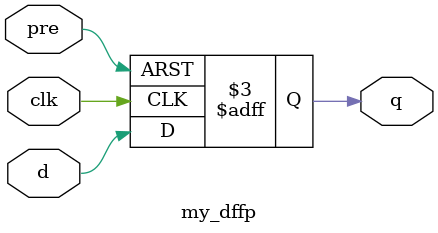
<source format=v>
module my_dff ( input d, clk, output reg q );
    initial q <= 1'b0;
    always @( posedge clk )
        q <= d;
endmodule

module my_dffc ( input d, clk, clr, output reg q );
    initial q <= 1'b0;
    always @( posedge clk or posedge clr )
        if ( clr )
            q <= 1'b0;
        else
            q <= d;
endmodule

module my_dffp ( input d, clk, pre, output reg q );
    initial q <= 1'b0;
    always @( posedge clk or posedge pre )
        if ( pre )
            q <= 1'b1;
        else
            q <= d;
endmodule

</source>
